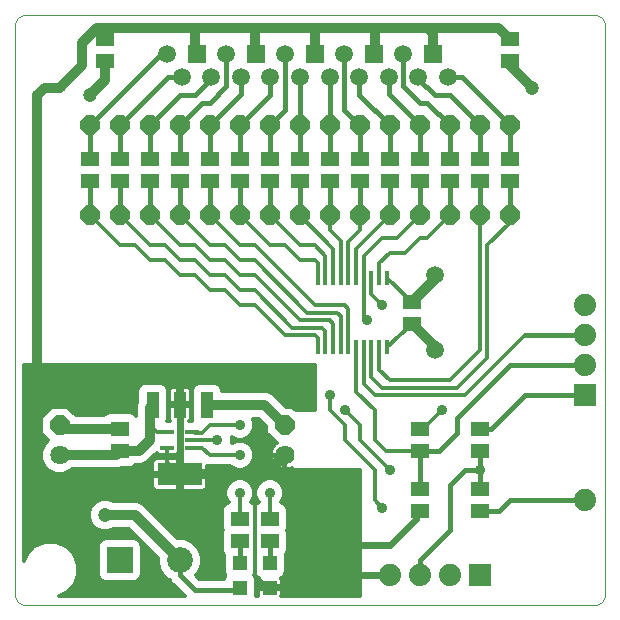
<source format=gtl>
G75*
G70*
%OFA0B0*%
%FSLAX24Y24*%
%IPPOS*%
%LPD*%
%AMOC8*
5,1,8,0,0,1.08239X$1,22.5*
%
%ADD10C,0.0000*%
%ADD11R,0.0118X0.0472*%
%ADD12R,0.0591X0.0512*%
%ADD13R,0.1500X0.0760*%
%ADD14R,0.0420X0.0860*%
%ADD15R,0.0740X0.0740*%
%ADD16C,0.0740*%
%ADD17R,0.0460X0.0140*%
%ADD18R,0.0860X0.0860*%
%ADD19C,0.0860*%
%ADD20OC8,0.0640*%
%ADD21C,0.0640*%
%ADD22R,0.0472X0.0472*%
%ADD23C,0.0596*%
%ADD24R,0.0596X0.0596*%
%ADD25C,0.0120*%
%ADD26C,0.0356*%
%ADD27C,0.0320*%
%ADD28C,0.0591*%
%ADD29C,0.0160*%
%ADD30C,0.0472*%
%ADD31C,0.0240*%
D10*
X000160Y000554D02*
X000160Y019451D01*
X000162Y019490D01*
X000168Y019528D01*
X000177Y019565D01*
X000190Y019602D01*
X000207Y019637D01*
X000226Y019670D01*
X000249Y019701D01*
X000275Y019730D01*
X000304Y019756D01*
X000335Y019779D01*
X000368Y019798D01*
X000403Y019815D01*
X000440Y019828D01*
X000477Y019837D01*
X000515Y019843D01*
X000554Y019845D01*
X019451Y019845D01*
X019490Y019843D01*
X019528Y019837D01*
X019565Y019828D01*
X019602Y019815D01*
X019637Y019798D01*
X019670Y019779D01*
X019701Y019756D01*
X019730Y019730D01*
X019756Y019701D01*
X019779Y019670D01*
X019798Y019637D01*
X019815Y019602D01*
X019828Y019565D01*
X019837Y019528D01*
X019843Y019490D01*
X019845Y019451D01*
X019845Y000554D01*
X019843Y000515D01*
X019837Y000477D01*
X019828Y000440D01*
X019815Y000403D01*
X019798Y000368D01*
X019779Y000335D01*
X019756Y000304D01*
X019730Y000275D01*
X019701Y000249D01*
X019670Y000226D01*
X019637Y000207D01*
X019602Y000190D01*
X019565Y000177D01*
X019528Y000168D01*
X019490Y000162D01*
X019451Y000160D01*
X000554Y000160D01*
X000515Y000162D01*
X000477Y000168D01*
X000440Y000177D01*
X000403Y000190D01*
X000368Y000207D01*
X000335Y000226D01*
X000304Y000249D01*
X000275Y000275D01*
X000249Y000304D01*
X000226Y000335D01*
X000207Y000368D01*
X000190Y000403D01*
X000177Y000440D01*
X000168Y000477D01*
X000162Y000515D01*
X000160Y000554D01*
D11*
X010258Y008768D03*
X010514Y008768D03*
X010770Y008768D03*
X011026Y008768D03*
X011282Y008768D03*
X011538Y008768D03*
X011794Y008768D03*
X012050Y008768D03*
X012306Y008768D03*
X012562Y008768D03*
X012562Y011052D03*
X012306Y011052D03*
X012050Y011052D03*
X011794Y011052D03*
X011538Y011052D03*
X011282Y011052D03*
X011026Y011052D03*
X010770Y011052D03*
X010514Y011052D03*
X010258Y011052D03*
D12*
X013410Y010284D03*
X013410Y009536D03*
X013660Y006034D03*
X013660Y005286D03*
X013660Y004034D03*
X013660Y003286D03*
X015660Y003286D03*
X015660Y004034D03*
X015660Y005286D03*
X015660Y006034D03*
X008660Y003034D03*
X008660Y002286D03*
X007660Y002286D03*
X007660Y003034D03*
X003660Y005286D03*
X003660Y006034D03*
X003660Y014286D03*
X003660Y015034D03*
X002660Y015034D03*
X002660Y014286D03*
X004660Y014286D03*
X004660Y015034D03*
X005660Y015034D03*
X005660Y014286D03*
X006660Y014286D03*
X006660Y015034D03*
X007660Y015034D03*
X007660Y014286D03*
X008660Y014286D03*
X008660Y015034D03*
X009660Y015034D03*
X009660Y014286D03*
X010660Y014286D03*
X010660Y015034D03*
X011660Y015034D03*
X011660Y014286D03*
X012660Y014286D03*
X012660Y015034D03*
X013660Y015034D03*
X013660Y014286D03*
X014660Y014286D03*
X014660Y015034D03*
X015660Y015034D03*
X015660Y014286D03*
X016660Y014286D03*
X016660Y015034D03*
X016660Y018286D03*
X016660Y019034D03*
X003160Y019034D03*
X003160Y018286D03*
D13*
X005660Y004518D03*
D14*
X005660Y006841D03*
X006566Y006841D03*
X004754Y006841D03*
D15*
X015660Y001160D03*
X019160Y007160D03*
D16*
X019160Y008160D03*
X019160Y009160D03*
X019160Y010160D03*
X019160Y003660D03*
X014660Y001160D03*
X013660Y001160D03*
X012660Y001160D03*
D17*
X006070Y005400D03*
X006070Y005660D03*
X006070Y005920D03*
X005250Y005920D03*
X005250Y005400D03*
D18*
X003660Y001660D03*
D19*
X005660Y001660D03*
D20*
X009160Y006160D03*
X008660Y013160D03*
X007660Y013160D03*
X006660Y013160D03*
X005660Y013160D03*
X004660Y013160D03*
X003660Y013160D03*
X002660Y013160D03*
X002660Y016160D03*
X003660Y016160D03*
X004660Y016160D03*
X005660Y016160D03*
X006660Y016160D03*
X007660Y016160D03*
X008660Y016160D03*
X009660Y016160D03*
X010660Y016160D03*
X011660Y016160D03*
X012660Y016160D03*
X013660Y016160D03*
X014660Y016160D03*
X015660Y016160D03*
X016660Y016160D03*
X016660Y013160D03*
X015660Y013160D03*
X014660Y013160D03*
X013660Y013160D03*
X012660Y013160D03*
X011660Y013160D03*
X010660Y013160D03*
X009660Y013160D03*
X001660Y006160D03*
D21*
X001660Y005160D03*
X009160Y005160D03*
D22*
X008660Y001573D03*
X008660Y000747D03*
X007660Y000747D03*
X007660Y001573D03*
D23*
X007699Y017754D03*
X007207Y018541D03*
X006715Y017754D03*
X005731Y017754D03*
X005239Y018541D03*
X008684Y017754D03*
X009176Y018541D03*
X009668Y017754D03*
X010652Y017754D03*
X011144Y018541D03*
X011636Y017754D03*
X012621Y017754D03*
X013113Y018541D03*
X013605Y017754D03*
X014589Y017754D03*
D24*
X014097Y018541D03*
X012129Y018541D03*
X010160Y018541D03*
X008191Y018541D03*
X006223Y018541D03*
D25*
X006660Y013160D02*
X007660Y012160D01*
X008160Y012160D01*
X010160Y010160D01*
X011160Y010160D01*
X011282Y010038D01*
X011282Y008768D01*
X011538Y008768D02*
X011538Y007282D01*
X012160Y006660D01*
X012160Y005660D01*
X012534Y005286D01*
X013660Y005286D01*
X013660Y006034D02*
X013784Y006034D01*
X014410Y006660D01*
X015160Y007160D02*
X017160Y009160D01*
X015910Y008410D02*
X015910Y012160D01*
X016660Y012910D01*
X016660Y013160D01*
X015660Y013160D02*
X015660Y008660D01*
X014660Y007660D01*
X012660Y007660D01*
X012306Y008014D01*
X012306Y008768D01*
X012562Y008768D02*
X013410Y009536D01*
X013410Y010284D02*
X012562Y011052D01*
X012306Y011052D02*
X012306Y011556D01*
X012660Y011910D01*
X013160Y011910D01*
X013660Y012410D01*
X013910Y012410D01*
X014660Y013160D01*
X013660Y013160D02*
X012910Y012410D01*
X012410Y012410D01*
X011794Y011794D01*
X011794Y011052D01*
X011794Y009776D01*
X011910Y009660D01*
X012410Y010160D02*
X012050Y010520D01*
X012050Y011052D01*
X011538Y011052D02*
X011538Y012038D01*
X012660Y013160D01*
X011660Y013160D02*
X011660Y012660D01*
X011282Y012282D01*
X011282Y011052D01*
X011026Y011052D02*
X011026Y012294D01*
X010660Y012660D01*
X010660Y013160D01*
X009660Y013160D02*
X010770Y012050D01*
X010770Y011052D01*
X010514Y011052D02*
X010514Y011806D01*
X010160Y012160D01*
X009660Y012160D01*
X008660Y013160D01*
X008660Y012160D02*
X007660Y013160D01*
X007160Y012160D02*
X006660Y012160D01*
X005660Y013160D01*
X005660Y012160D02*
X004660Y013160D01*
X004660Y012160D02*
X003660Y013160D01*
X003660Y012160D02*
X002660Y013160D01*
X003660Y012160D02*
X004160Y012160D01*
X004660Y011660D01*
X005160Y011660D01*
X005660Y011160D01*
X006160Y011160D01*
X006660Y010660D01*
X007160Y010660D01*
X007660Y010160D01*
X008160Y010160D01*
X009160Y009160D01*
X010160Y009160D01*
X010258Y009062D01*
X010258Y008768D01*
X010514Y008768D02*
X010514Y009306D01*
X010410Y009410D01*
X009410Y009410D01*
X008160Y010660D01*
X007660Y010660D01*
X007160Y011160D01*
X006660Y011160D01*
X006160Y011660D01*
X005660Y011660D01*
X005160Y012160D01*
X004660Y012160D01*
X005660Y012160D02*
X006160Y012160D01*
X006660Y011660D01*
X007160Y011660D01*
X007660Y011160D01*
X008160Y011160D01*
X009660Y009660D01*
X010660Y009660D01*
X010770Y009550D01*
X010770Y008768D01*
X011026Y008768D02*
X011026Y009794D01*
X010910Y009910D01*
X009910Y009910D01*
X008160Y011660D01*
X007660Y011660D01*
X007160Y012160D01*
X008660Y012160D02*
X009160Y012160D01*
X009660Y011660D01*
X010160Y011660D01*
X010258Y011562D01*
X010258Y011052D01*
X011794Y008768D02*
X011794Y007526D01*
X012160Y007160D01*
X015160Y007160D01*
X014910Y007410D02*
X015910Y008410D01*
X014910Y007410D02*
X012410Y007410D01*
X012050Y007770D01*
X012050Y008768D01*
X010660Y007160D02*
X010660Y006660D01*
X011160Y006160D01*
X011160Y005660D01*
X012160Y004660D01*
X012160Y003660D01*
X012410Y003410D01*
X011660Y003360D02*
X009251Y003360D01*
X009255Y003350D02*
X009210Y003460D01*
X009125Y003544D01*
X009020Y003588D01*
X009020Y003594D01*
X009065Y003639D01*
X009138Y003815D01*
X009138Y004005D01*
X009065Y004181D01*
X008931Y004315D01*
X008755Y004388D01*
X008565Y004388D01*
X008389Y004315D01*
X008255Y004181D01*
X008182Y004005D01*
X008182Y003815D01*
X008255Y003639D01*
X008300Y003594D01*
X008300Y003588D01*
X008195Y003544D01*
X008160Y003509D01*
X008125Y003544D01*
X008020Y003588D01*
X008020Y003594D01*
X008065Y003639D01*
X008138Y003815D01*
X008138Y004005D01*
X008065Y004181D01*
X007931Y004315D01*
X007755Y004388D01*
X007565Y004388D01*
X007389Y004315D01*
X007255Y004181D01*
X007182Y004005D01*
X007182Y003815D01*
X007255Y003639D01*
X007300Y003594D01*
X007300Y003588D01*
X007195Y003544D01*
X007110Y003460D01*
X007065Y003350D01*
X007065Y002718D01*
X007089Y002660D01*
X007065Y002602D01*
X007065Y001970D01*
X007110Y001860D01*
X007124Y001847D01*
X007124Y001277D01*
X007169Y001167D01*
X007177Y001160D01*
X007169Y001153D01*
X007124Y001043D01*
X007124Y001040D01*
X006317Y001040D01*
X006195Y001163D01*
X006279Y001246D01*
X006390Y001515D01*
X006390Y001805D01*
X006279Y002074D01*
X006074Y002279D01*
X005805Y002390D01*
X005581Y002390D01*
X004550Y003421D01*
X004421Y003550D01*
X004251Y003620D01*
X003451Y003620D01*
X003267Y003696D01*
X003053Y003696D01*
X002856Y003615D01*
X002705Y003464D01*
X002624Y003267D01*
X002624Y003053D01*
X002705Y002856D01*
X002856Y002705D01*
X003053Y002624D01*
X003267Y002624D01*
X003451Y002700D01*
X003969Y002700D01*
X004930Y001739D01*
X004930Y001515D01*
X005041Y001246D01*
X005246Y001041D01*
X005309Y001015D01*
X005338Y000945D01*
X005823Y000460D01*
X001644Y000460D01*
X001868Y000553D01*
X002129Y000814D01*
X002271Y001156D01*
X002271Y001526D01*
X002129Y001868D01*
X001868Y002129D01*
X001526Y002271D01*
X001156Y002271D01*
X000814Y002129D01*
X000553Y001868D01*
X000460Y001644D01*
X000460Y008160D01*
X010160Y008160D01*
X010160Y006660D01*
X009537Y006660D01*
X009417Y006780D01*
X009191Y006780D01*
X008739Y007231D01*
X008570Y007301D01*
X007076Y007301D01*
X007076Y007331D01*
X007030Y007441D01*
X006945Y007525D01*
X006835Y007571D01*
X006296Y007571D01*
X006186Y007525D01*
X006101Y007441D01*
X006056Y007331D01*
X006056Y006351D01*
X006081Y006290D01*
X005975Y006290D01*
X005998Y006313D01*
X006019Y006349D01*
X006030Y006390D01*
X006030Y006796D01*
X006056Y006796D01*
X006030Y006796D02*
X005705Y006796D01*
X005705Y006886D01*
X006030Y006886D01*
X006030Y007292D01*
X006019Y007333D01*
X005998Y007369D01*
X005968Y007399D01*
X005932Y007420D01*
X005891Y007431D01*
X005705Y007431D01*
X005705Y006886D01*
X005615Y006886D01*
X005615Y006796D01*
X005290Y006796D01*
X005264Y006796D01*
X005290Y006796D02*
X005290Y006390D01*
X005301Y006349D01*
X005322Y006313D01*
X005345Y006290D01*
X005239Y006290D01*
X005264Y006351D01*
X005264Y007331D01*
X005219Y007441D01*
X005134Y007525D01*
X005024Y007571D01*
X004485Y007571D01*
X004375Y007525D01*
X004290Y007441D01*
X004244Y007331D01*
X004244Y006946D01*
X004200Y006838D01*
X004200Y006469D01*
X004125Y006544D01*
X004015Y006590D01*
X003305Y006590D01*
X003195Y006544D01*
X003145Y006494D01*
X002203Y006494D01*
X001917Y006780D01*
X001403Y006780D01*
X001040Y006417D01*
X001040Y005903D01*
X001283Y005660D01*
X001134Y005511D01*
X001040Y005283D01*
X001040Y005037D01*
X001134Y004809D01*
X001309Y004634D01*
X001537Y004540D01*
X001783Y004540D01*
X002011Y004634D01*
X002077Y004700D01*
X003626Y004700D01*
X003698Y004730D01*
X004015Y004730D01*
X004125Y004776D01*
X004175Y004826D01*
X004377Y004826D01*
X004547Y004896D01*
X004888Y005238D01*
X004892Y005232D01*
X004922Y005202D01*
X004958Y005181D01*
X004999Y005170D01*
X005250Y005170D01*
X005501Y005170D01*
X005542Y005181D01*
X005570Y005197D01*
X005586Y005160D01*
X005670Y005076D01*
X005720Y005055D01*
X005720Y004578D01*
X006570Y004578D01*
X006570Y004808D01*
X006588Y004800D01*
X007344Y004800D01*
X007389Y004755D01*
X007565Y004682D01*
X007755Y004682D01*
X007931Y004755D01*
X008065Y004889D01*
X008138Y005065D01*
X008138Y005255D01*
X008065Y005431D01*
X007931Y005565D01*
X007755Y005638D01*
X007565Y005638D01*
X007389Y005565D01*
X007388Y005564D01*
X007388Y005565D01*
X007388Y005755D01*
X007388Y005756D01*
X007389Y005755D01*
X007565Y005682D01*
X007755Y005682D01*
X007931Y005755D01*
X008065Y005889D01*
X008138Y006065D01*
X008138Y006255D01*
X008086Y006381D01*
X008288Y006381D01*
X008540Y006129D01*
X008540Y005903D01*
X008888Y005555D01*
X008847Y005526D01*
X008794Y005473D01*
X008749Y005412D01*
X008715Y005344D01*
X008692Y005272D01*
X008680Y005198D01*
X008680Y005180D01*
X009140Y005180D01*
X009140Y005140D01*
X009180Y005140D01*
X009180Y004680D01*
X009198Y004680D01*
X009272Y004692D01*
X009344Y004715D01*
X009410Y004749D01*
X009410Y004660D01*
X011651Y004660D01*
X011660Y004651D01*
X011660Y000460D01*
X009048Y000460D01*
X009056Y000489D01*
X009056Y000689D01*
X008718Y000689D01*
X008718Y000805D01*
X009056Y000805D01*
X009056Y001004D01*
X009045Y001045D01*
X009032Y001068D01*
X009066Y001083D01*
X009151Y001167D01*
X009196Y001277D01*
X009196Y001847D01*
X009210Y001860D01*
X009255Y001970D01*
X009255Y002602D01*
X009231Y002660D01*
X009255Y002718D01*
X009255Y003350D01*
X009255Y003241D02*
X011660Y003241D01*
X011660Y003123D02*
X009255Y003123D01*
X009255Y003004D02*
X011660Y003004D01*
X011660Y002886D02*
X009255Y002886D01*
X009255Y002767D02*
X011660Y002767D01*
X011660Y002649D02*
X009236Y002649D01*
X009255Y002530D02*
X011660Y002530D01*
X011660Y002412D02*
X009255Y002412D01*
X009255Y002293D02*
X011660Y002293D01*
X011660Y002175D02*
X009255Y002175D01*
X009255Y002056D02*
X011660Y002056D01*
X011660Y001938D02*
X009242Y001938D01*
X009196Y001819D02*
X011660Y001819D01*
X011660Y001701D02*
X009196Y001701D01*
X009196Y001582D02*
X011660Y001582D01*
X011660Y001464D02*
X009196Y001464D01*
X009196Y001345D02*
X011660Y001345D01*
X011660Y001227D02*
X009175Y001227D01*
X009091Y001108D02*
X011660Y001108D01*
X011660Y000990D02*
X009056Y000990D01*
X009056Y000871D02*
X011660Y000871D01*
X011660Y000753D02*
X008718Y000753D01*
X008660Y000747D02*
X008573Y000747D01*
X008160Y001160D01*
X008160Y004518D01*
X007939Y004308D02*
X008381Y004308D01*
X008263Y004189D02*
X008057Y004189D01*
X008111Y004071D02*
X008209Y004071D01*
X008182Y003952D02*
X008138Y003952D01*
X008138Y003834D02*
X008182Y003834D01*
X008223Y003715D02*
X008097Y003715D01*
X008023Y003597D02*
X008297Y003597D01*
X008660Y003910D02*
X008660Y003034D01*
X009023Y003597D02*
X011660Y003597D01*
X011660Y003715D02*
X009097Y003715D01*
X009138Y003834D02*
X011660Y003834D01*
X011660Y003952D02*
X009138Y003952D01*
X009111Y004071D02*
X011660Y004071D01*
X011660Y004189D02*
X009057Y004189D01*
X008939Y004308D02*
X011660Y004308D01*
X011660Y004426D02*
X006570Y004426D01*
X006570Y004458D02*
X005720Y004458D01*
X005720Y003978D01*
X006431Y003978D01*
X006472Y003989D01*
X006508Y004010D01*
X006538Y004040D01*
X006559Y004077D01*
X006570Y004117D01*
X006570Y004458D01*
X006570Y004308D02*
X007381Y004308D01*
X007263Y004189D02*
X006570Y004189D01*
X006556Y004071D02*
X007209Y004071D01*
X007182Y003952D02*
X000460Y003952D01*
X000460Y003834D02*
X007182Y003834D01*
X007223Y003715D02*
X000460Y003715D01*
X000460Y003597D02*
X002838Y003597D01*
X002720Y003478D02*
X000460Y003478D01*
X000460Y003360D02*
X002662Y003360D01*
X002624Y003241D02*
X000460Y003241D01*
X000460Y003123D02*
X002624Y003123D01*
X002644Y003004D02*
X000460Y003004D01*
X000460Y002886D02*
X002693Y002886D01*
X002795Y002767D02*
X000460Y002767D01*
X000460Y002649D02*
X002994Y002649D01*
X003060Y002344D02*
X002976Y002260D01*
X002930Y002150D01*
X002930Y001170D01*
X002976Y001060D01*
X003060Y000976D01*
X003170Y000930D01*
X004150Y000930D01*
X004260Y000976D01*
X004344Y001060D01*
X004390Y001170D01*
X004390Y002150D01*
X004344Y002260D01*
X004260Y002344D01*
X004150Y002390D01*
X003170Y002390D01*
X003060Y002344D01*
X003009Y002293D02*
X000460Y002293D01*
X000460Y002175D02*
X000923Y002175D01*
X000741Y002056D02*
X000460Y002056D01*
X000460Y001938D02*
X000622Y001938D01*
X000533Y001819D02*
X000460Y001819D01*
X000460Y001701D02*
X000483Y001701D01*
X000460Y002412D02*
X004258Y002412D01*
X004311Y002293D02*
X004376Y002293D01*
X004380Y002175D02*
X004495Y002175D01*
X004390Y002056D02*
X004613Y002056D01*
X004732Y001938D02*
X004390Y001938D01*
X004390Y001819D02*
X004850Y001819D01*
X004930Y001701D02*
X004390Y001701D01*
X004390Y001582D02*
X004930Y001582D01*
X004951Y001464D02*
X004390Y001464D01*
X004390Y001345D02*
X005000Y001345D01*
X005061Y001227D02*
X004390Y001227D01*
X004364Y001108D02*
X005180Y001108D01*
X005319Y000990D02*
X004274Y000990D01*
X005412Y000871D02*
X002153Y000871D01*
X002202Y000990D02*
X003046Y000990D01*
X002956Y001108D02*
X002251Y001108D01*
X002271Y001227D02*
X002930Y001227D01*
X002930Y001345D02*
X002271Y001345D01*
X002271Y001464D02*
X002930Y001464D01*
X002930Y001582D02*
X002248Y001582D01*
X002199Y001701D02*
X002930Y001701D01*
X002930Y001819D02*
X002150Y001819D01*
X002060Y001938D02*
X002930Y001938D01*
X002930Y002056D02*
X001941Y002056D01*
X001759Y002175D02*
X002940Y002175D01*
X003326Y002649D02*
X004021Y002649D01*
X004139Y002530D02*
X000460Y002530D01*
X000460Y004071D02*
X004764Y004071D01*
X004761Y004077D02*
X004782Y004040D01*
X004812Y004010D01*
X004848Y003989D01*
X004889Y003978D01*
X005600Y003978D01*
X005600Y004458D01*
X005720Y004458D01*
X005720Y004578D01*
X005600Y004578D01*
X005600Y004458D01*
X004750Y004458D01*
X004750Y004117D01*
X004761Y004077D01*
X004750Y004189D02*
X000460Y004189D01*
X000460Y004308D02*
X004750Y004308D01*
X004750Y004426D02*
X000460Y004426D01*
X000460Y004545D02*
X001526Y004545D01*
X001794Y004545D02*
X005600Y004545D01*
X005600Y004578D02*
X004750Y004578D01*
X004750Y004919D01*
X004761Y004960D01*
X004782Y004997D01*
X004812Y005026D01*
X004848Y005047D01*
X004889Y005058D01*
X005600Y005058D01*
X005600Y004578D01*
X005660Y004518D02*
X005250Y004928D01*
X005250Y005400D01*
X005250Y005170D01*
X005250Y005400D01*
X005250Y005400D01*
X005250Y005374D02*
X005250Y005374D01*
X005250Y005256D02*
X005250Y005256D01*
X005609Y005137D02*
X004788Y005137D01*
X004804Y005019D02*
X004669Y005019D01*
X004750Y004900D02*
X004551Y004900D01*
X004750Y004782D02*
X004131Y004782D01*
X004750Y004663D02*
X002040Y004663D01*
X001280Y004663D02*
X000460Y004663D01*
X000460Y004782D02*
X001162Y004782D01*
X001097Y004900D02*
X000460Y004900D01*
X000460Y005019D02*
X001048Y005019D01*
X001040Y005137D02*
X000460Y005137D01*
X000460Y005256D02*
X001040Y005256D01*
X001078Y005374D02*
X000460Y005374D01*
X000460Y005493D02*
X001127Y005493D01*
X001234Y005611D02*
X000460Y005611D01*
X000460Y005730D02*
X001214Y005730D01*
X001095Y005848D02*
X000460Y005848D01*
X000460Y005967D02*
X001040Y005967D01*
X001040Y006085D02*
X000460Y006085D01*
X000460Y006204D02*
X001040Y006204D01*
X001040Y006322D02*
X000460Y006322D01*
X000460Y006441D02*
X001064Y006441D01*
X001182Y006559D02*
X000460Y006559D01*
X000460Y006678D02*
X001301Y006678D01*
X000460Y006796D02*
X004200Y006796D01*
X004200Y006678D02*
X002019Y006678D01*
X002138Y006559D02*
X003230Y006559D01*
X004090Y006559D02*
X004200Y006559D01*
X004232Y006915D02*
X000460Y006915D01*
X000460Y007033D02*
X004244Y007033D01*
X004244Y007152D02*
X000460Y007152D01*
X000460Y007270D02*
X004244Y007270D01*
X004268Y007389D02*
X000460Y007389D01*
X000460Y007507D02*
X004356Y007507D01*
X005153Y007507D02*
X006167Y007507D01*
X006079Y007389D02*
X005979Y007389D01*
X006030Y007270D02*
X006056Y007270D01*
X006056Y007152D02*
X006030Y007152D01*
X006030Y007033D02*
X006056Y007033D01*
X006056Y006915D02*
X006030Y006915D01*
X006030Y006678D02*
X006056Y006678D01*
X006056Y006559D02*
X006030Y006559D01*
X006030Y006441D02*
X006056Y006441D01*
X006068Y006322D02*
X006003Y006322D01*
X006160Y005910D02*
X006410Y005910D01*
X006660Y006160D01*
X007660Y006160D01*
X008024Y005848D02*
X008595Y005848D01*
X008540Y005967D02*
X008097Y005967D01*
X008138Y006085D02*
X008540Y006085D01*
X008466Y006204D02*
X008138Y006204D01*
X008110Y006322D02*
X008347Y006322D01*
X008714Y005730D02*
X007870Y005730D01*
X007821Y005611D02*
X008832Y005611D01*
X008814Y005493D02*
X008004Y005493D01*
X008089Y005374D02*
X008730Y005374D01*
X008689Y005256D02*
X008138Y005256D01*
X008138Y005137D02*
X008680Y005137D01*
X008680Y005140D02*
X008680Y005122D01*
X008692Y005048D01*
X008715Y004976D01*
X008749Y004908D01*
X008794Y004847D01*
X008847Y004794D01*
X008908Y004749D01*
X008976Y004715D01*
X009048Y004692D01*
X009122Y004680D01*
X009140Y004680D01*
X009140Y005140D01*
X008680Y005140D01*
X008701Y005019D02*
X008119Y005019D01*
X008070Y004900D02*
X008756Y004900D01*
X008864Y004782D02*
X007958Y004782D01*
X007660Y005160D02*
X006660Y005160D01*
X006410Y005410D01*
X006160Y005410D01*
X006070Y005660D02*
X006910Y005660D01*
X007388Y005611D02*
X007499Y005611D01*
X007450Y005730D02*
X007388Y005730D01*
X007362Y004782D02*
X006570Y004782D01*
X006570Y004663D02*
X009410Y004663D01*
X009180Y004782D02*
X009140Y004782D01*
X009140Y004900D02*
X009180Y004900D01*
X009180Y005019D02*
X009140Y005019D01*
X009140Y005137D02*
X009180Y005137D01*
X007660Y003910D02*
X007660Y003034D01*
X007297Y003597D02*
X004308Y003597D01*
X004493Y003478D02*
X007129Y003478D01*
X007069Y003360D02*
X004611Y003360D01*
X004730Y003241D02*
X007065Y003241D01*
X007065Y003123D02*
X004848Y003123D01*
X004967Y003004D02*
X007065Y003004D01*
X007065Y002886D02*
X005085Y002886D01*
X005204Y002767D02*
X007065Y002767D01*
X007084Y002649D02*
X005322Y002649D01*
X005441Y002530D02*
X007065Y002530D01*
X007065Y002412D02*
X005559Y002412D01*
X006039Y002293D02*
X007065Y002293D01*
X007065Y002175D02*
X006178Y002175D01*
X006286Y002056D02*
X007065Y002056D01*
X007078Y001938D02*
X006335Y001938D01*
X006384Y001819D02*
X007124Y001819D01*
X007124Y001701D02*
X006390Y001701D01*
X006390Y001582D02*
X007124Y001582D01*
X007124Y001464D02*
X006369Y001464D01*
X006320Y001345D02*
X007124Y001345D01*
X007145Y001227D02*
X006259Y001227D01*
X006249Y001108D02*
X007151Y001108D01*
X008143Y001160D02*
X008151Y001167D01*
X008160Y001190D01*
X008169Y001167D01*
X008254Y001083D01*
X008288Y001068D01*
X008275Y001045D01*
X008264Y001004D01*
X008264Y000805D01*
X008602Y000805D01*
X008602Y000689D01*
X008264Y000689D01*
X008264Y000489D01*
X008272Y000460D01*
X008196Y000460D01*
X008196Y001043D01*
X008151Y001153D01*
X008143Y001160D01*
X008169Y001108D02*
X008229Y001108D01*
X008196Y000990D02*
X008264Y000990D01*
X008264Y000871D02*
X008196Y000871D01*
X008196Y000753D02*
X008602Y000753D01*
X008264Y000634D02*
X008196Y000634D01*
X008196Y000516D02*
X008264Y000516D01*
X009056Y000516D02*
X011660Y000516D01*
X011660Y000634D02*
X009056Y000634D01*
X009191Y003478D02*
X011660Y003478D01*
X011660Y004545D02*
X005720Y004545D01*
X005720Y004663D02*
X005600Y004663D01*
X005600Y004782D02*
X005720Y004782D01*
X005720Y004900D02*
X005600Y004900D01*
X005600Y005019D02*
X005720Y005019D01*
X005720Y004426D02*
X005600Y004426D01*
X005600Y004308D02*
X005720Y004308D01*
X005720Y004189D02*
X005600Y004189D01*
X005600Y004071D02*
X005720Y004071D01*
X005250Y005920D02*
X004900Y005920D01*
X004660Y006160D01*
X005252Y006322D02*
X005317Y006322D01*
X005290Y006441D02*
X005264Y006441D01*
X005264Y006559D02*
X005290Y006559D01*
X005290Y006678D02*
X005264Y006678D01*
X005290Y006886D02*
X005615Y006886D01*
X005615Y007431D01*
X005429Y007431D01*
X005388Y007420D01*
X005352Y007399D01*
X005322Y007369D01*
X005301Y007333D01*
X005290Y007292D01*
X005290Y006886D01*
X005290Y006915D02*
X005264Y006915D01*
X005264Y007033D02*
X005290Y007033D01*
X005290Y007152D02*
X005264Y007152D01*
X005264Y007270D02*
X005290Y007270D01*
X005241Y007389D02*
X005341Y007389D01*
X005615Y007389D02*
X005705Y007389D01*
X005705Y007270D02*
X005615Y007270D01*
X005615Y007152D02*
X005705Y007152D01*
X005705Y007033D02*
X005615Y007033D01*
X005615Y006915D02*
X005705Y006915D01*
X006964Y007507D02*
X010160Y007507D01*
X010160Y007389D02*
X007052Y007389D01*
X008645Y007270D02*
X010160Y007270D01*
X010160Y007152D02*
X008819Y007152D01*
X008938Y007033D02*
X010160Y007033D01*
X010160Y006915D02*
X009056Y006915D01*
X009175Y006796D02*
X010160Y006796D01*
X010160Y006678D02*
X009519Y006678D01*
X010160Y007626D02*
X000460Y007626D01*
X000460Y007744D02*
X010160Y007744D01*
X010160Y007863D02*
X000460Y007863D01*
X000460Y007981D02*
X010160Y007981D01*
X010160Y008100D02*
X000460Y008100D01*
X002068Y000753D02*
X005530Y000753D01*
X005649Y000634D02*
X001949Y000634D01*
X001778Y000516D02*
X005767Y000516D01*
X011660Y005660D02*
X012660Y004660D01*
X011660Y005660D02*
X011660Y006160D01*
X011160Y006660D01*
X013660Y003286D02*
X013534Y003160D01*
D26*
X012410Y003410D03*
X012660Y004660D03*
X011160Y006660D03*
X010660Y007160D03*
X011910Y009660D03*
X012410Y010160D03*
X014410Y006660D03*
X015660Y004660D03*
X008660Y003910D03*
X007660Y003910D03*
X007660Y005160D03*
X006910Y005660D03*
X007660Y006160D03*
D27*
X008479Y006841D02*
X009160Y006160D01*
X008479Y006841D02*
X006566Y006841D01*
X004754Y006841D02*
X004660Y006747D01*
X004660Y006160D01*
X004660Y005660D01*
X004286Y005286D01*
X003660Y005286D01*
X003534Y005160D01*
X001660Y005160D01*
X001786Y006034D02*
X001660Y006160D01*
X001786Y006034D02*
X003660Y006034D01*
X005660Y004518D02*
X008160Y004518D01*
X008518Y004518D01*
X009160Y005160D01*
X005660Y001660D02*
X004160Y003160D01*
X003160Y003160D01*
X000910Y008160D02*
X000910Y017160D01*
X001160Y017410D01*
X001660Y017410D01*
X002410Y018160D01*
X002410Y018910D01*
X002910Y019410D01*
X003160Y019410D01*
X003160Y019034D01*
X003160Y019410D02*
X006160Y019410D01*
X006160Y018604D01*
X006223Y018541D01*
X006160Y019410D02*
X008160Y019410D01*
X008160Y018573D01*
X008191Y018541D01*
X008160Y019410D02*
X010160Y019410D01*
X010160Y018541D01*
X010160Y019410D02*
X012160Y019410D01*
X012160Y018573D01*
X012129Y018541D01*
X012160Y019410D02*
X013910Y019410D01*
X016284Y019410D01*
X016660Y019034D01*
X016660Y018286D02*
X016660Y018160D01*
X017410Y017410D01*
X014097Y018541D02*
X014097Y019223D01*
X013910Y019410D01*
X014160Y011160D02*
X014160Y011034D01*
X013410Y010284D01*
X013410Y009536D02*
X014160Y008786D01*
X014160Y008660D01*
X003160Y017660D02*
X002660Y017160D01*
X003160Y017660D02*
X003160Y018286D01*
D28*
X014160Y011160D03*
X014160Y008660D03*
D29*
X014910Y006410D02*
X016660Y008160D01*
X019160Y008160D01*
X019160Y007160D02*
X017160Y007160D01*
X016034Y006034D01*
X015660Y006034D01*
X015660Y005286D02*
X015660Y004660D01*
X015160Y004660D01*
X014660Y004160D01*
X014660Y002660D01*
X013660Y001660D01*
X013660Y001160D01*
X015660Y003286D02*
X016286Y003286D01*
X016660Y003660D01*
X019160Y003660D01*
X015660Y004034D02*
X015660Y004660D01*
X014910Y005910D02*
X014910Y006410D01*
X014910Y005910D02*
X014286Y005286D01*
X013660Y005286D01*
X013660Y004034D01*
X008660Y002286D02*
X008660Y001573D01*
X007660Y001573D02*
X007660Y002286D01*
X007660Y000747D02*
X007573Y000660D01*
X006160Y000660D01*
X005660Y001160D01*
X005660Y001660D01*
X017160Y009160D02*
X019160Y009160D01*
X016660Y013160D02*
X016660Y014286D01*
X016660Y015034D02*
X016660Y016160D01*
X015066Y017754D01*
X014589Y017754D01*
X014660Y017160D02*
X014160Y017160D01*
X013605Y017715D01*
X013605Y017754D01*
X013113Y017457D02*
X013113Y018541D01*
X012621Y017754D02*
X012621Y017199D01*
X013660Y016160D01*
X013660Y015034D01*
X013660Y014286D02*
X013660Y013160D01*
X012660Y013160D02*
X012660Y014286D01*
X012660Y015034D02*
X012660Y016160D01*
X011636Y017184D01*
X011636Y017754D01*
X011144Y018541D02*
X011144Y016676D01*
X011660Y016160D01*
X011660Y015034D01*
X011660Y014286D02*
X011660Y013160D01*
X010660Y013160D02*
X010660Y014286D01*
X010660Y015034D02*
X010660Y016160D01*
X010652Y016168D01*
X010652Y017754D01*
X009668Y017754D02*
X009668Y016160D01*
X009660Y016160D01*
X009660Y015034D01*
X009660Y014286D02*
X009660Y013160D01*
X008660Y013160D02*
X008660Y014286D01*
X008660Y015034D02*
X008660Y016160D01*
X009176Y016676D01*
X009176Y018541D01*
X008684Y017754D02*
X008684Y017184D01*
X007660Y016160D01*
X007660Y015034D01*
X007660Y014286D02*
X007660Y013160D01*
X006660Y013160D02*
X006660Y014286D01*
X006660Y015034D02*
X006660Y016160D01*
X007699Y017199D01*
X007699Y017754D01*
X007207Y017457D02*
X007207Y018541D01*
X006715Y017754D02*
X006715Y017715D01*
X006160Y017160D01*
X005660Y017160D01*
X004660Y016160D01*
X004660Y015034D01*
X004660Y014286D02*
X004660Y013160D01*
X003660Y013160D02*
X003660Y014286D01*
X003660Y015034D02*
X003660Y016160D01*
X005254Y017754D01*
X005731Y017754D01*
X005239Y018541D02*
X005041Y018541D01*
X002660Y016160D01*
X002660Y015034D01*
X002660Y014286D02*
X002660Y013160D01*
X005660Y013160D02*
X005660Y014286D01*
X005660Y015034D02*
X005660Y016160D01*
X006410Y016910D01*
X006660Y016910D01*
X007207Y017457D01*
X013113Y017457D02*
X013660Y016910D01*
X013910Y016910D01*
X014660Y016160D01*
X014660Y015034D01*
X014660Y014286D02*
X014660Y013160D01*
X015660Y013160D02*
X015660Y014286D01*
X015660Y015034D02*
X015660Y016160D01*
X014660Y017160D01*
D30*
X017410Y017410D03*
X002660Y017160D03*
X003160Y003160D03*
D31*
X005660Y004518D02*
X005660Y006841D01*
X005660Y007660D01*
X005786Y007786D01*
X008160Y004518D02*
X010302Y004518D01*
X010660Y004160D01*
X010660Y001660D01*
X011160Y001160D01*
X012660Y001160D01*
X012660Y002160D02*
X011160Y002160D01*
X012660Y002160D02*
X013534Y003034D01*
X013534Y003160D01*
M02*

</source>
